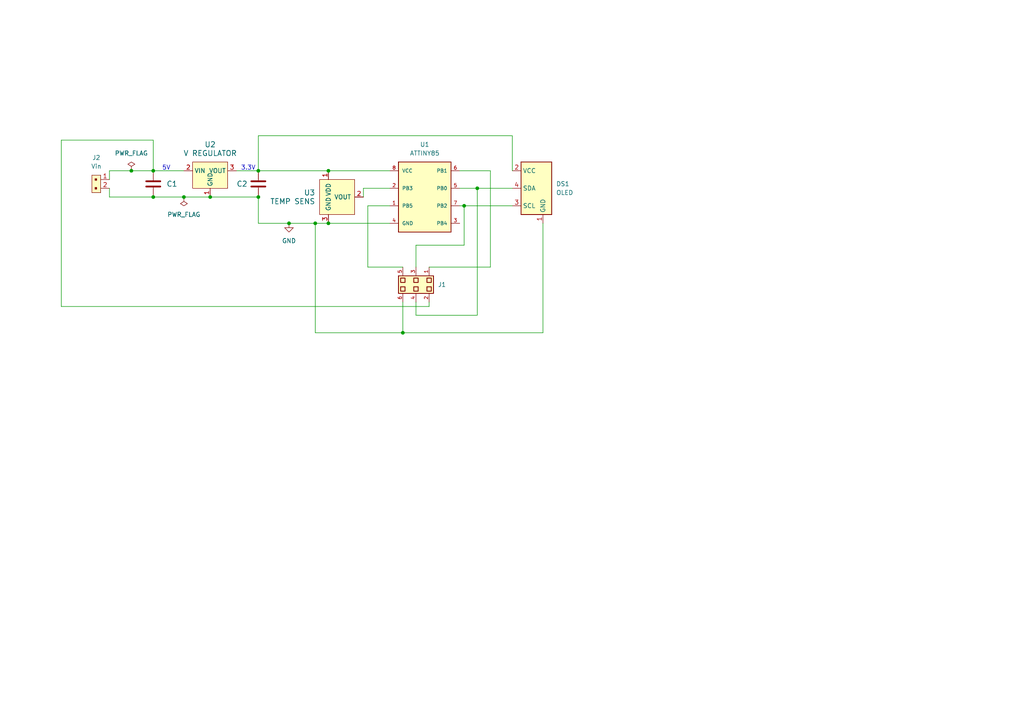
<source format=kicad_sch>
(kicad_sch (version 20230121) (generator eeschema)
  (paper "A4")
  (title_block (title "TinyTemp") (date "2024-04-04") (rev "V1") (company "UMass Computer Engineering"))
  (lib_symbols
    (symbol "30306-6002HB:30306-6002HB" (pin_names (offset 1.016))
      (property "Reference" "J" (at -0.762 8.128 0))
      (property "Value" "30306-6002HB" (at -7.62 6.35 0))
      (symbol "30306-6002HB_1_0"
        (rectangle (start -2.54 5.08) (end 2.54 -5.08) (stroke (width 0.254)) (fill (type background)))
        (pin passive line (at -5.08 3.81 0) (length 2.54) (name "") (number "1"))
        (pin passive line (at 5.08 3.81 180) (length 2.54) (name "") (number "2"))
        (pin passive line (at -5.08 0 0) (length 2.54) (name "") (number "3"))
        (pin passive line (at 5.08 0 180) (length 2.54) (name "") (number "4"))
        (pin passive line (at -5.08 -3.81 0) (length 2.54) (name "") (number "5"))
        (pin passive line (at 5.08 -3.81 180) (length 2.54) (name "") (number "6"))
      )
      (symbol "30306-6002HB_1_1"
        (rectangle (start -1.905 -3.175) (end -0.635 -4.445) (stroke (width 0.254)))
        (rectangle (start -1.905 0.635) (end -0.635 -0.635) (stroke (width 0.254)))
        (rectangle (start -1.905 4.445) (end -0.635 3.175) (stroke (width 0.254)))
        (rectangle (start 0.635 -3.175) (end 1.905 -4.445) (stroke (width 0.254)))
        (rectangle (start 0.635 0.635) (end 1.905 -0.635) (stroke (width 0.254)))
        (rectangle (start 0.635 4.445) (end 1.905 3.175) (stroke (width 0.254)))
      )
    )
    (symbol "ATTINY85-20PU:ATTINY85-20PU" (pin_names (offset 1.016))
      (property "Reference" "U" (at -0.635 13.97 0))
      (property "Value" "ATTINY85-20PU" (at -7.62 12.065 0))
      (symbol "ATTINY85-20PU_1_0"
        (rectangle (start -7.62 11.43) (end 7.62 -8.89) (stroke (width 0.254)) (fill (type background)))
        (pin bidirectional line (at -10.16 -1.27 0) (length 2.54) (name "PB5") (number "1"))
        (pin bidirectional line (at -10.16 3.81 0) (length 2.54) (name "PB3") (number "2"))
        (pin bidirectional line (at 10.16 -6.35 180) (length 2.54) (name "PB4") (number "3"))
        (pin power_in line (at -10.16 -6.35 0) (length 2.54) (name "GND") (number "4"))
        (pin bidirectional line (at 10.16 3.81 180) (length 2.54) (name "PB0") (number "5"))
        (pin bidirectional line (at 10.16 8.89 180) (length 2.54) (name "PB1") (number "6"))
        (pin bidirectional line (at 10.16 -1.27 180) (length 2.54) (name "PB2") (number "7"))
        (pin power_in line (at -10.16 8.89 0) (length 2.54) (name "VCC") (number "8"))
      )
    )
    (symbol "C320C104K5R5TA7317:C320C104K5R5TA7317" (pin_numbers hide) (pin_names (offset 0.254) hide)
      (property "Reference" "C" (at 0 6.35 0))
      (property "Value" "C320C104K5R5TA7317" (at 0 3.81 0))
      (symbol "C320C104K5R5TA7317_0_1"
        (polyline (pts (xy -1.27 0) (xy -1.016 0)))
        (polyline (pts (xy -0.762 -2.032) (xy -0.762 2.032)) (stroke (width 0.508)))
        (polyline (pts (xy 0.762 -2.032) (xy 0.762 2.032)) (stroke (width 0.508)))
        (polyline (pts (xy 1.27 0) (xy 1.016 0)))
      )
      (symbol "C320C104K5R5TA7317_1_1"
        (pin passive line (at -3.81 0 0) (length 2.54) (name "") (number "1"))
        (pin passive line (at 3.81 0 180) (length 2.54) (name "") (number "2"))
      )
      (symbol "C320C104K5R5TA7317_1_2"
        (polyline (pts (xy -1.905 -4.1148) (xy 1.905 -4.1148)) (stroke (width 0.2032)))
        (polyline (pts (xy -1.905 -3.4798) (xy 1.905 -3.4798)) (stroke (width 0.2032)))
        (polyline (pts (xy 0 -4.1148) (xy 0 -5.08)) (stroke (width 0.2032)))
        (polyline (pts (xy 0 -2.54) (xy 0 -3.4798)) (stroke (width 0.2032)))
        (pin unspecified line (at 0 0 270) (length 2.54) (name "") (number "1"))
        (pin unspecified line (at 0 -7.62 90) (length 2.54) (name "") (number "2"))
      )
    )
    (symbol "C330C105K5R5TA:C330C105K5R5TA" (pin_numbers hide) (pin_names (offset 0.254) hide)
      (property "Reference" "C" (at 0 6.35 0))
      (property "Value" "C330C105K5R5TA" (at 0 3.81 0))
      (symbol "C330C105K5R5TA_0_1"
        (polyline (pts (xy -1.27 0) (xy -1.016 0)))
        (polyline (pts (xy -0.762 -2.032) (xy -0.762 2.032)) (stroke (width 0.508)))
        (polyline (pts (xy 0.762 -2.032) (xy 0.762 2.032)) (stroke (width 0.508)))
        (polyline (pts (xy 1.27 0) (xy 1.016 0)))
      )
      (symbol "C330C105K5R5TA_1_1"
        (pin passive line (at -3.81 0 0) (length 2.54) (name "") (number "1"))
        (pin passive line (at 3.81 0 180) (length 2.54) (name "") (number "2"))
      )
      (symbol "C330C105K5R5TA_1_2"
        (polyline (pts (xy -1.905 -4.1148) (xy 1.905 -4.1148)) (stroke (width 0.2032)))
        (polyline (pts (xy -1.905 -3.4798) (xy 1.905 -3.4798)) (stroke (width 0.2032)))
        (polyline (pts (xy 0 -4.1148) (xy 0 -5.08)) (stroke (width 0.2032)))
        (polyline (pts (xy 0 -2.54) (xy 0 -3.4798)) (stroke (width 0.2032)))
        (pin unspecified line (at 0 0 270) (length 2.54) (name "") (number "1"))
        (pin unspecified line (at 0 -7.62 90) (length 2.54) (name "") (number "2"))
      )
    )
    (symbol "SSD1306:SSD1306"
      (property "Reference" "DS1" (at -6.35 19.05 0))
      (property "Value" "SSD1306" (at -8.89 16.51 0))
      (symbol "SSD1306_1_1"
        (rectangle (start -8.89 13.97) (end 0 -1.27) (stroke (width 0.254)) (fill (type background)))
        (pin power_in line (at -2.54 -3.81 90) (length 2.54) (name "GND") (number "1"))
        (pin power_in line (at -11.43 11.43 0) (length 2.54) (name "VCC") (number "2"))
        (pin bidirectional line (at -11.43 1.27 0) (length 2.54) (name "SCL") (number "3"))
        (pin bidirectional line (at -11.43 6.35 0) (length 2.54) (name "SDA") (number "4"))
      )
    )
    (symbol "dk_PMIC-Voltage-Regulators-Linear:MCP1700-3302E_TO"
      (property "Reference" "U" (at 0 3.81 0))
      (property "Value" "MCP1700-3302E_TO" (at 0 6.35 0))
      (symbol "MCP1700-3302E_TO_0_1"
        (rectangle (start -5.08 2.54) (end 5.08 -5.08) (fill (type background)))
      )
      (symbol "MCP1700-3302E_TO_1_1"
        (pin power_in line (at 0 -7.62 90) (length 2.54) (name "GND") (number "1"))
        (pin power_in line (at -7.62 0 0) (length 2.54) (name "VIN") (number "2"))
        (pin power_out line (at 7.62 0 180) (length 2.54) (name "VOUT") (number "3"))
      )
    )
    (symbol "dk_Rectangular-Connectors-Headers-Male-Pins:M20-9990246" (pin_names (offset 1.016))
      (property "Reference" "J" (at -2.54 1.27 0))
      (property "Value" "M20-9990246" (at 1.27 -3.81 0))
      (symbol "M20-9990246_1_1"
        (rectangle (start -1.27 0) (end 3.81 -2.54) (fill (type background)))
        (rectangle (start -0.254 -1.143) (end 0.254 -1.651) (fill (type outline)))
        (rectangle (start 2.286 -1.143) (end 2.794 -1.651) (fill (type outline)))
        (pin passive line (at 0 2.54 270) (length 2.54) (name "~") (number "1"))
        (pin passive line (at 2.54 2.54 270) (length 2.54) (name "~") (number "2"))
      )
    )
    (symbol "dk_Temperature-Sensors-Analog-and-Digital-Output:TMP36GT9Z" (pin_names (offset 1.016))
      (property "Reference" "U" (at -5.08 7.62 0))
      (property "Value" "TMP36GT9Z" (at 5.08 -7.62 0))
      (symbol "TMP36GT9Z_0_1"
        (rectangle (start 7.62 5.08) (end -2.54 -5.08) (fill (type background)))
      )
      (symbol "TMP36GT9Z_1_1"
        (pin power_in line (at 0 7.62 270) (length 2.54) (name "VDD") (number "1"))
        (pin output line (at 10.16 0 180) (length 2.54) (name "VOUT") (number "2"))
        (pin power_in line (at 0 -7.62 90) (length 2.54) (name "GND") (number "3"))
      )
    )
    (symbol "power:GND" (power) (pin_names (offset 0))
      (property "Value" "GND" (at 0 -3.81 0))
      (symbol "GND_0_1"
        (polyline (pts (xy 0 0) (xy 0 -1.27) (xy 1.27 -1.27) (xy 0 -2.54) (xy -1.27 -1.27) (xy 0 -1.27)))
      )
      (symbol "GND_1_1"
        (pin power_in line (at 0 0 270) (length 0) hide (name "GND") (number "1"))
      )
    )
    (symbol "power:PWR_FLAG" (power) (pin_numbers hide) (pin_names (offset 0) hide)
      (property "Value" "PWR_FLAG" (at 0 3.81 0))
      (symbol "PWR_FLAG_0_0"
        (pin power_out line (at 0 0 90) (length 0) (name "pwr") (number "1"))
      )
      (symbol "PWR_FLAG_0_1"
        (polyline (pts (xy 0 0) (xy 0 1.27) (xy -1.016 1.905) (xy 0 2.54) (xy 1.016 1.905) (xy 0 1.27)))
      )
    )
  )
  (junction (at 138.43 54.61))
  (junction (at 44.45 57.15))
  (junction (at 44.45 49.53))
  (junction (at 38.1 49.53))
  (junction (at 74.93 57.15))
  (junction (at 95.25 49.53))
  (junction (at 116.84 96.52))
  (junction (at 83.82 64.77))
  (junction (at 60.96 57.15))
  (junction (at 91.44 64.77))
  (junction (at 74.93 49.53))
  (junction (at 95.25 64.77))
  (junction (at 134.62 59.69))
  (junction (at 53.34 57.15))
  (wire (pts (xy 31.75 57.15) (xy 44.45 57.15)))
  (wire (pts (xy 105.41 57.15) (xy 105.41 54.61)))
  (wire (pts (xy 17.78 40.64) (xy 17.78 88.9)))
  (wire (pts (xy 44.45 49.53) (xy 53.34 49.53)))
  (wire (pts (xy 17.78 40.64) (xy 44.45 40.64)))
  (wire (pts (xy 44.45 40.64) (xy 44.45 49.53)))
  (wire (pts (xy 113.03 59.69) (xy 106.68 59.69)))
  (wire (pts (xy 68.58 49.53) (xy 74.93 49.53)))
  (wire (pts (xy 95.25 49.53) (xy 113.03 49.53)))
  (wire (pts (xy 38.1 49.53) (xy 44.45 49.53)))
  (wire (pts (xy 74.93 39.37) (xy 74.93 49.53)))
  (wire (pts (xy 44.45 57.15) (xy 53.34 57.15)))
  (wire (pts (xy 138.43 91.44) (xy 120.65 91.44)))
  (wire (pts (xy 53.34 57.15) (xy 60.96 57.15)))
  (wire (pts (xy 120.65 77.47) (xy 120.65 71.12)))
  (wire (pts (xy 60.96 57.15) (xy 74.93 57.15)))
  (wire (pts (xy 116.84 96.52) (xy 116.84 87.63)))
  (wire (pts (xy 134.62 59.69) (xy 148.59 59.69)))
  (wire (pts (xy 134.62 71.12) (xy 134.62 59.69)))
  (wire (pts (xy 133.35 54.61) (xy 138.43 54.61)))
  (wire (pts (xy 31.75 49.53) (xy 38.1 49.53)))
  (wire (pts (xy 74.93 39.37) (xy 148.59 39.37)))
  (wire (pts (xy 74.93 64.77) (xy 74.93 57.15)))
  (wire (pts (xy 148.59 49.53) (xy 148.59 39.37)))
  (wire (pts (xy 95.25 64.77) (xy 91.44 64.77)))
  (wire (pts (xy 106.68 77.47) (xy 116.84 77.47)))
  (wire (pts (xy 83.82 64.77) (xy 74.93 64.77)))
  (wire (pts (xy 113.03 64.77) (xy 95.25 64.77)))
  (wire (pts (xy 142.24 77.47) (xy 142.24 49.53)))
  (wire (pts (xy 106.68 59.69) (xy 106.68 77.47)))
  (wire (pts (xy 138.43 54.61) (xy 148.59 54.61)))
  (wire (pts (xy 157.48 64.77) (xy 157.48 96.52)))
  (wire (pts (xy 124.46 88.9) (xy 124.46 87.63)))
  (wire (pts (xy 142.24 49.53) (xy 133.35 49.53)))
  (wire (pts (xy 124.46 77.47) (xy 142.24 77.47)))
  (wire (pts (xy 120.65 91.44) (xy 120.65 87.63)))
  (wire (pts (xy 105.41 54.61) (xy 113.03 54.61)))
  (wire (pts (xy 74.93 49.53) (xy 95.25 49.53)))
  (wire (pts (xy 120.65 71.12) (xy 134.62 71.12)))
  (wire (pts (xy 91.44 96.52) (xy 91.44 64.77)))
  (wire (pts (xy 157.48 96.52) (xy 116.84 96.52)))
  (wire (pts (xy 124.46 88.9) (xy 17.78 88.9)))
  (wire (pts (xy 133.35 59.69) (xy 134.62 59.69)))
  (wire (pts (xy 116.84 96.52) (xy 91.44 96.52)))
  (wire (pts (xy 31.75 54.61) (xy 31.75 57.15)))
  (wire (pts (xy 138.43 54.61) (xy 138.43 91.44)))
  (wire (pts (xy 31.75 52.07) (xy 31.75 49.53)))
  (wire (pts (xy 83.82 64.77) (xy 91.44 64.77)))
  (text "3.3V" (at 69.85 49.53 0) (effects (font (size 1.27 1.27)) (justify left bottom)))
  (text "5V" (at 46.99 49.53 0) (effects (font (size 1.27 1.27)) (justify left bottom)))
  (symbol (lib_id "dk_Temperature-Sensors-Analog-and-Digital-Output:TMP36GT9Z") (at 95.25 57.15 0) (unit 1)
    (property "Reference" "U3" (at 91.44 55.88 0) (effects (font (size 1.524 1.524)) (justify right)))
    (property "Value" "TEMP SENS" (at 91.44 58.42 0) (effects (font (size 1.524 1.524)) (justify right)))
    (property "Footprint" "digikey-footprints:TO-92-3" (effects hide))
    (property "Datasheet" "https://www.analog.com/media/en/technical-documentation/data-sheets/TMP35_36_37.pdf" (effects hide))
    (property "Digi-Key_PN" "TMP36GT9Z-ND" (effects hide))
    (property "MPN" "TMP36GT9Z" (effects hide))
    (property "Category" "Sensors, Transducers" (effects hide))
    (property "Family" "Temperature Sensors - Analog and Digital Output" (effects hide))
    (property "DK_Datasheet_Link" "https://www.analog.com/media/en/technical-documentation/data-sheets/TMP35_36_37.pdf" (effects hide))
    (property "DK_Detail_Page" "/product-detail/en/analog-devices-inc/TMP36GT9Z/TMP36GT9Z-ND/820404" (effects hide))
    (property "Description" "SENSOR ANALOG -40C-125C TO92-3" (effects hide))
    (property "Manufacturer" "Analog Devices Inc." (effects hide))
    (property "Status" "Active" (effects hide))
  )
  (symbol (lib_id "C320C104K5R5TA7317:C320C104K5R5TA7317") (at 44.45 53.34 90) (unit 1)
    (property "Reference" "C1" (at 48.26 53.34 90) (effects (font (size 1.524 1.524)) (justify right)))
    (property "Value" "C320C104K5R5TA7317" (effects hide))
    (property "Footprint" "Symbols and Footprints:C320C104K5R5TA7317" (effects hide))
    (property "Datasheet" "C320C104K5R5TA7317" (effects hide))
  )
  (symbol (lib_id "C330C105K5R5TA:C330C105K5R5TA") (at 74.93 53.34 90) (unit 1)
    (property "Reference" "C2" (at 68.58 53.34 90) (effects (font (size 1.524 1.524)) (justify right)))
    (property "Value" "C330C105K5R5TA" (effects hide))
    (property "Footprint" "Symbols and Footprints:C330C105K5R5TA" (effects hide))
    (property "Datasheet" "C330C105K5R5TA" (effects hide))
  )
  (symbol (lib_id "dk_PMIC-Voltage-Regulators-Linear:MCP1700-3302E_TO") (at 60.96 49.53 0) (unit 1)
    (property "Reference" "U2" (at 60.96 41.91 0) (effects (font (size 1.524 1.524))))
    (property "Value" "V REGULATOR" (at 60.96 44.45 0) (effects (font (size 1.524 1.524))))
    (property "Footprint" "digikey-footprints:TO-92-3" (effects hide))
    (property "Datasheet" "http://www.microchip.com/mymicrochip/filehandler.aspx?ddocname=en011779" (effects hide))
    (property "Digi-Key_PN" "MCP1700-3302E/TO-ND" (effects hide))
    (property "MPN" "MCP1700-3302E/TO" (effects hide))
    (property "Category" "Integrated Circuits (ICs)" (effects hide))
    (property "Family" "PMIC - Voltage Regulators - Linear" (effects hide))
    (property "DK_Datasheet_Link" "http://www.microchip.com/mymicrochip/filehandler.aspx?ddocname=en011779" (effects hide))
    (property "DK_Detail_Page" "/product-detail/en/microchip-technology/MCP1700-3302E-TO/MCP1700-3302E-TO-ND/652680" (effects hide))
    (property "Description" "IC REG LINEAR 3.3V 250MA TO92-3" (effects hide))
    (property "Manufacturer" "Microchip Technology" (effects hide))
    (property "Status" "Active" (effects hide))
  )
  (symbol (lib_id "ATTINY85-20PU:ATTINY85-20PU") (at 123.19 58.42 0) (unit 1)
    (property "Reference" "U1" (at 123.19 41.91 0))
    (property "Value" "ATTINY85" (at 123.19 44.45 0))
    (property "Footprint" "ATTINY85-20PU:ATTINY85-20PU" (effects hide))
    (property "DigiKey_Part_Number" "ATTINY85-20PU-ND" (effects hide))
    (property "MF" "Microchip" (effects hide))
    (property "Purchase-URL" "https://www.snapeda.com/api/url_track_click_mouser/?unipart_id=42827&manufacturer=Microchip&part_name=ATTINY85-20PU&search_term=None" (effects hide))
    (property "Package" "DIP-8 Atmel" (effects hide))
    (property "Check_prices" "https://www.snapeda.com/parts/ATTINY85-20PU/Microchip/view-part/?ref=eda" (effects hide))
    (property "SnapEDA_Link" "https://www.snapeda.com/parts/ATTINY85-20PU/Microchip/view-part/?ref=snap" (effects hide))
    (property "MP" "ATTINY85-20PU" (effects hide))
    (property "Description" "\nAVR AVR® ATtiny, Functional Safety (FuSa) Microcontroller IC 8-Bit 20MHz 8KB (4K x 16) FLASH 8-PDIP\n" (effects hide))
    (property "MANUFACTURER" "Atmel" (effects hide))
  )
  (symbol (lib_id "SSD1306:SSD1306") (at 160.02 60.96 0) (unit 1)
    (property "Reference" "DS1" (at 161.29 53.34 0) (effects (justify left)))
    (property "Value" "OLED" (at 161.29 55.88 0) (effects (justify left)))
    (property "Footprint" "Symbols and Footprints:SSD1306" (effects hide))
  )
  (symbol (lib_id "dk_Rectangular-Connectors-Headers-Male-Pins:M20-9990246") (at 29.21 52.07 270) (unit 1)
    (property "Reference" "J2" (at 27.94 45.72 90))
    (property "Value" "Vin" (at 27.94 48.26 90))
    (property "Footprint" "digikey-footprints:PinHeader_1x2_P2.54mm" (effects hide))
    (property "Datasheet" "https://cdn.harwin.com/pdfs/M20-999.pdf" (effects hide))
    (property "Digi-Key_PN" "952-2262-ND" (effects hide))
    (property "MPN" "M20-9990246" (effects hide))
    (property "Category" "Connectors, Interconnects" (effects hide))
    (property "Family" "Rectangular Connectors - Headers, Male Pins" (effects hide))
    (property "DK_Datasheet_Link" "https://cdn.harwin.com/pdfs/M20-999.pdf" (effects hide))
    (property "DK_Detail_Page" "/product-detail/en/harwin-inc/M20-9990246/952-2262-ND/3728226" (effects hide))
    (property "Description" "CONN HEADER VERT 2POS 2.54MM" (effects hide))
    (property "Manufacturer" "Harwin Inc." (effects hide))
    (property "Status" "Active" (effects hide))
  )
  (symbol (lib_id "power:PWR_FLAG") (at 53.34 57.15 180) (unit 1)
    (property "Reference" "#FLG02" (effects hide))
    (property "Value" "PWR_FLAG" (at 53.34 62.23 0))
  )
  (symbol (lib_id "power:PWR_FLAG") (at 38.1 49.53 0) (unit 1)
    (property "Reference" "#FLG01" (effects hide))
    (property "Value" "PWR_FLAG" (at 38.1 44.45 0))
  )
  (symbol (lib_id "30306-6002HB:30306-6002HB") (at 120.65 82.55 270) (unit 1)
    (property "Reference" "J1" (at 127 82.55 90) (effects (justify left)))
    (property "Value" "30306-6002HB" (effects hide))
    (property "Footprint" "Symbols and Footprints:30306-6002HB" (effects hide))
    (property "STANDARD" "Manufacturer recommendations" (effects hide))
    (property "MAXIMUM_PACKAGE_HEIGHT" "9.3mm" (effects hide))
    (property "MANUFACTURER" "3M" (effects hide))
  )
  (symbol (lib_id "power:GND") (at 83.82 64.77 0) (unit 1)
    (property "Reference" "#PWR01" (effects hide))
    (property "Value" "GND" (at 83.82 69.85 0))
  )
)
</source>
